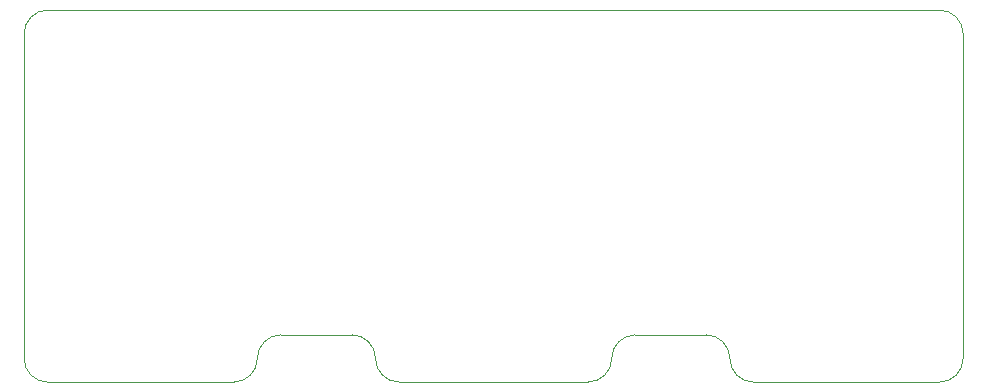
<source format=gbr>
%TF.GenerationSoftware,KiCad,Pcbnew,7.0.5-0*%
%TF.CreationDate,2023-07-26T01:41:50+02:00*%
%TF.ProjectId,esp32c3-wifi-dev,65737033-3263-4332-9d77-6966692d6465,rev?*%
%TF.SameCoordinates,Original*%
%TF.FileFunction,Profile,NP*%
%FSLAX46Y46*%
G04 Gerber Fmt 4.6, Leading zero omitted, Abs format (unit mm)*
G04 Created by KiCad (PCBNEW 7.0.5-0) date 2023-07-26 01:41:50*
%MOMM*%
%LPD*%
G01*
G04 APERTURE LIST*
%TA.AperFunction,Profile*%
%ADD10C,0.100000*%
%TD*%
G04 APERTURE END LIST*
D10*
X172000000Y-91750000D02*
X188000000Y-91750000D01*
X192000000Y-87750000D02*
X198000000Y-87750000D01*
X202000000Y-91750000D02*
X217750000Y-91750000D01*
X219750000Y-62250000D02*
G75*
G03*
X217750000Y-60250000I-2000000J0D01*
G01*
X200000000Y-89750000D02*
G75*
G03*
X202000000Y-91750000I2000000J0D01*
G01*
X140250000Y-89750000D02*
X140250000Y-62250000D01*
X200000000Y-89750000D02*
G75*
G03*
X198000000Y-87750000I-2000000J0D01*
G01*
X162000000Y-87750000D02*
G75*
G03*
X160000000Y-89750000I0J-2000000D01*
G01*
X188000000Y-91750000D02*
G75*
G03*
X190000000Y-89750000I0J2000000D01*
G01*
X142250000Y-60250000D02*
X217750000Y-60250000D01*
X170000000Y-89750000D02*
G75*
G03*
X168000000Y-87750000I-2000000J0D01*
G01*
X162000000Y-87750000D02*
X168000000Y-87750000D01*
X142250000Y-60250000D02*
G75*
G03*
X140250000Y-62250000I0J-2000000D01*
G01*
X170000000Y-89750000D02*
G75*
G03*
X172000000Y-91750000I2000000J0D01*
G01*
X217750000Y-91750000D02*
G75*
G03*
X219750000Y-89750000I0J2000000D01*
G01*
X140250000Y-89750000D02*
G75*
G03*
X142250000Y-91750000I2000000J0D01*
G01*
X158000000Y-91750000D02*
X142250000Y-91750000D01*
X192000000Y-87750000D02*
G75*
G03*
X190000000Y-89750000I0J-2000000D01*
G01*
X219750000Y-62250000D02*
X219750000Y-89750000D01*
X158000000Y-91750000D02*
G75*
G03*
X160000000Y-89750000I0J2000000D01*
G01*
M02*

</source>
